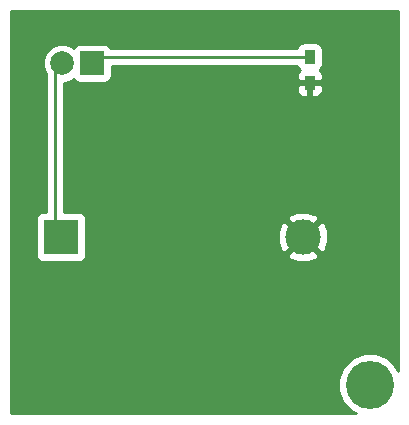
<source format=gbr>
G04 #@! TF.FileFunction,Copper,L1,Top,Signal*
%FSLAX46Y46*%
G04 Gerber Fmt 4.6, Leading zero omitted, Abs format (unit mm)*
G04 Created by KiCad (PCBNEW no-vcs-found-undefined) date Sun Oct 23 13:20:11 2016*
%MOMM*%
%LPD*%
G01*
G04 APERTURE LIST*
%ADD10C,0.100000*%
%ADD11C,3.000000*%
%ADD12R,3.000000X3.000000*%
%ADD13R,2.000000X2.000000*%
%ADD14C,2.000000*%
%ADD15R,0.900000X1.200000*%
%ADD16C,4.064000*%
%ADD17C,0.250000*%
%ADD18C,0.254000*%
G04 APERTURE END LIST*
D10*
D11*
X149280001Y-89075074D03*
D12*
X128790001Y-89075074D03*
D13*
X131440000Y-74375000D03*
D14*
X128900000Y-74375000D03*
D15*
X149860000Y-76030000D03*
X149860000Y-73830000D03*
D16*
X154940000Y-101600000D03*
D17*
X128790001Y-89075074D02*
X128270000Y-88900000D01*
X128270000Y-88900000D02*
X128270000Y-74930000D01*
X128270000Y-74930000D02*
X128900000Y-74375000D01*
X128270000Y-88900000D02*
X128790001Y-89075074D01*
X128900000Y-74375000D02*
X128270000Y-74930000D01*
X149860000Y-73830000D02*
X131985000Y-73830000D01*
X131985000Y-73830000D02*
X131440000Y-74375000D01*
X149860000Y-73660000D02*
X149860000Y-73830000D01*
X149860000Y-73660000D02*
X149860000Y-73830000D01*
D18*
G36*
X157353000Y-100455983D02*
X157202291Y-100091239D01*
X156452707Y-99340345D01*
X155472827Y-98933464D01*
X154411828Y-98932538D01*
X153431239Y-99337709D01*
X152680345Y-100087293D01*
X152273464Y-101067173D01*
X152272538Y-102128172D01*
X152677709Y-103108761D01*
X153427293Y-103859655D01*
X153796589Y-104013000D01*
X124587000Y-104013000D01*
X124587000Y-87575074D01*
X126642561Y-87575074D01*
X126642561Y-90575074D01*
X126691844Y-90822839D01*
X126832192Y-91032883D01*
X127042236Y-91173231D01*
X127290001Y-91222514D01*
X130290001Y-91222514D01*
X130537766Y-91173231D01*
X130747810Y-91032883D01*
X130888158Y-90822839D01*
X130934662Y-90589044D01*
X147945636Y-90589044D01*
X148105419Y-90907813D01*
X148896188Y-91217797D01*
X149745388Y-91201571D01*
X150454583Y-90907813D01*
X150614366Y-90589044D01*
X149280001Y-89254679D01*
X147945636Y-90589044D01*
X130934662Y-90589044D01*
X130937441Y-90575074D01*
X130937441Y-88691261D01*
X147137278Y-88691261D01*
X147153504Y-89540461D01*
X147447262Y-90249656D01*
X147766031Y-90409439D01*
X149100396Y-89075074D01*
X149459606Y-89075074D01*
X150793971Y-90409439D01*
X151112740Y-90249656D01*
X151422724Y-89458887D01*
X151406498Y-88609687D01*
X151112740Y-87900492D01*
X150793971Y-87740709D01*
X149459606Y-89075074D01*
X149100396Y-89075074D01*
X147766031Y-87740709D01*
X147447262Y-87900492D01*
X147137278Y-88691261D01*
X130937441Y-88691261D01*
X130937441Y-87575074D01*
X130934663Y-87561104D01*
X147945636Y-87561104D01*
X149280001Y-88895469D01*
X150614366Y-87561104D01*
X150454583Y-87242335D01*
X149663814Y-86932351D01*
X148814614Y-86948577D01*
X148105419Y-87242335D01*
X147945636Y-87561104D01*
X130934663Y-87561104D01*
X130888158Y-87327309D01*
X130747810Y-87117265D01*
X130537766Y-86976917D01*
X130290001Y-86927634D01*
X129030000Y-86927634D01*
X129030000Y-76315750D01*
X148775000Y-76315750D01*
X148775000Y-76756309D01*
X148871673Y-76989698D01*
X149050301Y-77168327D01*
X149283690Y-77265000D01*
X149574250Y-77265000D01*
X149733000Y-77106250D01*
X149733000Y-76157000D01*
X149987000Y-76157000D01*
X149987000Y-77106250D01*
X150145750Y-77265000D01*
X150436310Y-77265000D01*
X150669699Y-77168327D01*
X150848327Y-76989698D01*
X150945000Y-76756309D01*
X150945000Y-76315750D01*
X150786250Y-76157000D01*
X149987000Y-76157000D01*
X149733000Y-76157000D01*
X148933750Y-76157000D01*
X148775000Y-76315750D01*
X129030000Y-76315750D01*
X129030000Y-76010115D01*
X129223795Y-76010284D01*
X129824943Y-75761894D01*
X129890847Y-75696105D01*
X129982191Y-75832809D01*
X130192235Y-75973157D01*
X130440000Y-76022440D01*
X132440000Y-76022440D01*
X132687765Y-75973157D01*
X132897809Y-75832809D01*
X133038157Y-75622765D01*
X133087440Y-75375000D01*
X133087440Y-74590000D01*
X148794386Y-74590000D01*
X148811843Y-74677765D01*
X148952191Y-74887809D01*
X149013320Y-74928654D01*
X148871673Y-75070302D01*
X148775000Y-75303691D01*
X148775000Y-75744250D01*
X148933750Y-75903000D01*
X149733000Y-75903000D01*
X149733000Y-75883000D01*
X149987000Y-75883000D01*
X149987000Y-75903000D01*
X150786250Y-75903000D01*
X150945000Y-75744250D01*
X150945000Y-75303691D01*
X150848327Y-75070302D01*
X150706680Y-74928654D01*
X150767809Y-74887809D01*
X150908157Y-74677765D01*
X150957440Y-74430000D01*
X150957440Y-73230000D01*
X150908157Y-72982235D01*
X150767809Y-72772191D01*
X150557765Y-72631843D01*
X150310000Y-72582560D01*
X149410000Y-72582560D01*
X149162235Y-72631843D01*
X148952191Y-72772191D01*
X148811843Y-72982235D01*
X148794386Y-73070000D01*
X132999913Y-73070000D01*
X132897809Y-72917191D01*
X132687765Y-72776843D01*
X132440000Y-72727560D01*
X130440000Y-72727560D01*
X130192235Y-72776843D01*
X129982191Y-72917191D01*
X129891079Y-73053549D01*
X129827363Y-72989722D01*
X129226648Y-72740284D01*
X128576205Y-72739716D01*
X127975057Y-72988106D01*
X127514722Y-73447637D01*
X127265284Y-74048352D01*
X127264716Y-74698795D01*
X127510000Y-75292426D01*
X127510000Y-86927634D01*
X127290001Y-86927634D01*
X127042236Y-86976917D01*
X126832192Y-87117265D01*
X126691844Y-87327309D01*
X126642561Y-87575074D01*
X124587000Y-87575074D01*
X124587000Y-69977000D01*
X157353000Y-69977000D01*
X157353000Y-100455983D01*
X157353000Y-100455983D01*
G37*
X157353000Y-100455983D02*
X157202291Y-100091239D01*
X156452707Y-99340345D01*
X155472827Y-98933464D01*
X154411828Y-98932538D01*
X153431239Y-99337709D01*
X152680345Y-100087293D01*
X152273464Y-101067173D01*
X152272538Y-102128172D01*
X152677709Y-103108761D01*
X153427293Y-103859655D01*
X153796589Y-104013000D01*
X124587000Y-104013000D01*
X124587000Y-87575074D01*
X126642561Y-87575074D01*
X126642561Y-90575074D01*
X126691844Y-90822839D01*
X126832192Y-91032883D01*
X127042236Y-91173231D01*
X127290001Y-91222514D01*
X130290001Y-91222514D01*
X130537766Y-91173231D01*
X130747810Y-91032883D01*
X130888158Y-90822839D01*
X130934662Y-90589044D01*
X147945636Y-90589044D01*
X148105419Y-90907813D01*
X148896188Y-91217797D01*
X149745388Y-91201571D01*
X150454583Y-90907813D01*
X150614366Y-90589044D01*
X149280001Y-89254679D01*
X147945636Y-90589044D01*
X130934662Y-90589044D01*
X130937441Y-90575074D01*
X130937441Y-88691261D01*
X147137278Y-88691261D01*
X147153504Y-89540461D01*
X147447262Y-90249656D01*
X147766031Y-90409439D01*
X149100396Y-89075074D01*
X149459606Y-89075074D01*
X150793971Y-90409439D01*
X151112740Y-90249656D01*
X151422724Y-89458887D01*
X151406498Y-88609687D01*
X151112740Y-87900492D01*
X150793971Y-87740709D01*
X149459606Y-89075074D01*
X149100396Y-89075074D01*
X147766031Y-87740709D01*
X147447262Y-87900492D01*
X147137278Y-88691261D01*
X130937441Y-88691261D01*
X130937441Y-87575074D01*
X130934663Y-87561104D01*
X147945636Y-87561104D01*
X149280001Y-88895469D01*
X150614366Y-87561104D01*
X150454583Y-87242335D01*
X149663814Y-86932351D01*
X148814614Y-86948577D01*
X148105419Y-87242335D01*
X147945636Y-87561104D01*
X130934663Y-87561104D01*
X130888158Y-87327309D01*
X130747810Y-87117265D01*
X130537766Y-86976917D01*
X130290001Y-86927634D01*
X129030000Y-86927634D01*
X129030000Y-76315750D01*
X148775000Y-76315750D01*
X148775000Y-76756309D01*
X148871673Y-76989698D01*
X149050301Y-77168327D01*
X149283690Y-77265000D01*
X149574250Y-77265000D01*
X149733000Y-77106250D01*
X149733000Y-76157000D01*
X149987000Y-76157000D01*
X149987000Y-77106250D01*
X150145750Y-77265000D01*
X150436310Y-77265000D01*
X150669699Y-77168327D01*
X150848327Y-76989698D01*
X150945000Y-76756309D01*
X150945000Y-76315750D01*
X150786250Y-76157000D01*
X149987000Y-76157000D01*
X149733000Y-76157000D01*
X148933750Y-76157000D01*
X148775000Y-76315750D01*
X129030000Y-76315750D01*
X129030000Y-76010115D01*
X129223795Y-76010284D01*
X129824943Y-75761894D01*
X129890847Y-75696105D01*
X129982191Y-75832809D01*
X130192235Y-75973157D01*
X130440000Y-76022440D01*
X132440000Y-76022440D01*
X132687765Y-75973157D01*
X132897809Y-75832809D01*
X133038157Y-75622765D01*
X133087440Y-75375000D01*
X133087440Y-74590000D01*
X148794386Y-74590000D01*
X148811843Y-74677765D01*
X148952191Y-74887809D01*
X149013320Y-74928654D01*
X148871673Y-75070302D01*
X148775000Y-75303691D01*
X148775000Y-75744250D01*
X148933750Y-75903000D01*
X149733000Y-75903000D01*
X149733000Y-75883000D01*
X149987000Y-75883000D01*
X149987000Y-75903000D01*
X150786250Y-75903000D01*
X150945000Y-75744250D01*
X150945000Y-75303691D01*
X150848327Y-75070302D01*
X150706680Y-74928654D01*
X150767809Y-74887809D01*
X150908157Y-74677765D01*
X150957440Y-74430000D01*
X150957440Y-73230000D01*
X150908157Y-72982235D01*
X150767809Y-72772191D01*
X150557765Y-72631843D01*
X150310000Y-72582560D01*
X149410000Y-72582560D01*
X149162235Y-72631843D01*
X148952191Y-72772191D01*
X148811843Y-72982235D01*
X148794386Y-73070000D01*
X132999913Y-73070000D01*
X132897809Y-72917191D01*
X132687765Y-72776843D01*
X132440000Y-72727560D01*
X130440000Y-72727560D01*
X130192235Y-72776843D01*
X129982191Y-72917191D01*
X129891079Y-73053549D01*
X129827363Y-72989722D01*
X129226648Y-72740284D01*
X128576205Y-72739716D01*
X127975057Y-72988106D01*
X127514722Y-73447637D01*
X127265284Y-74048352D01*
X127264716Y-74698795D01*
X127510000Y-75292426D01*
X127510000Y-86927634D01*
X127290001Y-86927634D01*
X127042236Y-86976917D01*
X126832192Y-87117265D01*
X126691844Y-87327309D01*
X126642561Y-87575074D01*
X124587000Y-87575074D01*
X124587000Y-69977000D01*
X157353000Y-69977000D01*
X157353000Y-100455983D01*
M02*

</source>
